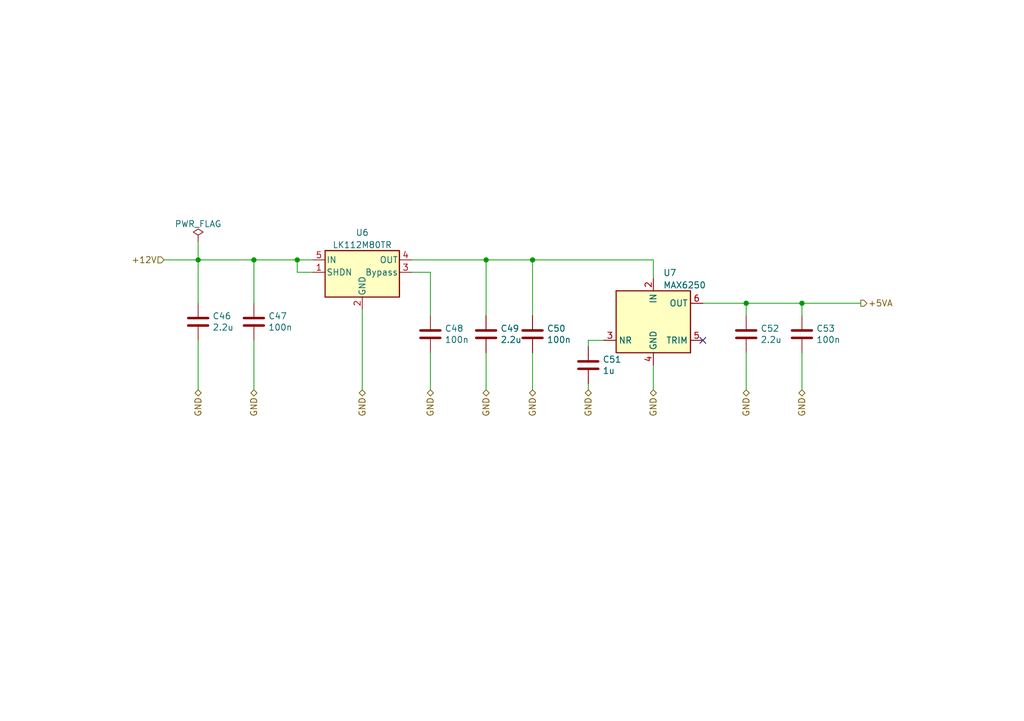
<source format=kicad_sch>
(kicad_sch (version 20211123) (generator eeschema)
  (paper "A5")
  (lib_symbols
    (symbol "Device:C" (pin_numbers hide) (pin_names (offset 0.254))
      (property "Reference" "C" (at 0.635 2.54 0))
      (property "Value" "C" (at 0.635 -2.54 0))
      (symbol "C_0_1"
        (polyline (pts (xy -2.032 -0.762) (xy 2.032 -0.762)) (stroke (width 0.508)))
        (polyline (pts (xy -2.032 0.762) (xy 2.032 0.762)) (stroke (width 0.508)))
      )
      (symbol "C_1_1"
        (pin passive line (at 0 3.81 270) (length 2.794) (name "~") (number "1"))
        (pin passive line (at 0 -3.81 90) (length 2.794) (name "~") (number "2"))
      )
    )
    (symbol "Reference_Voltage:MAX6250"
      (property "Reference" "U" (at 1.27 6.35 0))
      (property "Value" "MAX6250" (at 1.27 -8.89 0))
      (symbol "MAX6250_0_1"
        (rectangle (start -7.62 5.08) (end 7.62 -7.62) (stroke (width 0.254)) (fill (type background)))
      )
      (symbol "MAX6250_1_1"
        (pin no_connect line (at -7.62 -2.54 0) (length 2.54) hide (name "NC") (number "1"))
        (pin power_in line (at 0 7.62 270) (length 2.54) (name "IN") (number "2"))
        (pin passive line (at -10.16 -5.08 0) (length 2.54) (name "NR") (number "3"))
        (pin power_in line (at 0 -10.16 90) (length 2.54) (name "GND") (number "4"))
        (pin passive line (at 10.16 -5.08 180) (length 2.54) (name "TRIM") (number "5"))
        (pin power_out line (at 10.16 2.54 180) (length 2.54) (name "OUT") (number "6"))
        (pin no_connect line (at 7.62 0 180) (length 2.54) hide (name "NC") (number "7"))
        (pin no_connect line (at 7.62 -2.54 180) (length 2.54) hide (name "NC") (number "8"))
      )
    )
    (symbol "Regulator_Linear:LK112M80TR" (pin_names (offset 0.254))
      (property "Reference" "U" (at -6.35 5.715 0))
      (property "Value" "LK112M80TR" (at 0 5.715 0))
      (symbol "LK112M80TR_0_1"
        (rectangle (start -7.62 4.445) (end 7.62 -5.08) (stroke (width 0.254)) (fill (type background)))
      )
      (symbol "LK112M80TR_1_1"
        (pin input line (at -10.16 0 0) (length 2.54) (name "SHDN") (number "1"))
        (pin power_in line (at 0 -7.62 90) (length 2.54) (name "GND") (number "2"))
        (pin passive line (at 10.16 0 180) (length 2.54) (name "Bypass") (number "3"))
        (pin power_out line (at 10.16 2.54 180) (length 2.54) (name "OUT") (number "4"))
        (pin power_in line (at -10.16 2.54 0) (length 2.54) (name "IN") (number "5"))
      )
    )
    (symbol "power:PWR_FLAG" (power) (pin_numbers hide) (pin_names (offset 0) hide)
      (property "Value" "PWR_FLAG" (at 0 3.81 0))
      (symbol "PWR_FLAG_0_0"
        (pin power_out line (at 0 0 90) (length 0) (name "pwr") (number "1"))
      )
      (symbol "PWR_FLAG_0_1"
        (polyline (pts (xy 0 0) (xy 0 1.27) (xy -1.016 1.905) (xy 0 2.54) (xy 1.016 1.905) (xy 0 1.27)))
      )
    )
  )
  (junction (at 153.035 62.23))
  (junction (at 164.465 62.23))
  (junction (at 109.22 53.34))
  (junction (at 60.96 53.34))
  (junction (at 40.64 53.34))
  (junction (at 99.695 53.34))
  (junction (at 52.07 53.34))
  (no_connect (at 144.145 69.85))
  (wire (pts (xy 153.035 62.23) (xy 164.465 62.23)))
  (wire (pts (xy 52.07 62.23) (xy 52.07 53.34)))
  (wire (pts (xy 109.22 64.77) (xy 109.22 53.34)))
  (wire (pts (xy 40.64 53.34) (xy 52.07 53.34)))
  (wire (pts (xy 52.07 53.34) (xy 60.96 53.34)))
  (wire (pts (xy 60.96 53.34) (xy 64.135 53.34)))
  (wire (pts (xy 120.65 71.12) (xy 120.65 69.85)))
  (wire (pts (xy 99.695 53.34) (xy 109.22 53.34)))
  (wire (pts (xy 88.265 64.77) (xy 88.265 55.88)))
  (wire (pts (xy 164.465 72.39) (xy 164.465 80.01)))
  (wire (pts (xy 153.035 72.39) (xy 153.035 80.01)))
  (wire (pts (xy 144.145 62.23) (xy 153.035 62.23)))
  (wire (pts (xy 109.22 53.34) (xy 133.985 53.34)))
  (wire (pts (xy 164.465 62.23) (xy 164.465 64.77)))
  (wire (pts (xy 64.135 55.88) (xy 60.96 55.88)))
  (wire (pts (xy 153.035 64.77) (xy 153.035 62.23)))
  (wire (pts (xy 133.985 80.01) (xy 133.985 74.93)))
  (wire (pts (xy 99.695 72.39) (xy 99.695 80.01)))
  (wire (pts (xy 109.22 72.39) (xy 109.22 80.01)))
  (wire (pts (xy 84.455 53.34) (xy 99.695 53.34)))
  (wire (pts (xy 60.96 55.88) (xy 60.96 53.34)))
  (wire (pts (xy 40.64 49.53) (xy 40.64 53.34)))
  (wire (pts (xy 88.265 72.39) (xy 88.265 80.01)))
  (wire (pts (xy 40.64 53.34) (xy 40.64 62.23)))
  (wire (pts (xy 84.455 55.88) (xy 88.265 55.88)))
  (wire (pts (xy 164.465 62.23) (xy 176.53 62.23)))
  (wire (pts (xy 52.07 69.85) (xy 52.07 80.01)))
  (wire (pts (xy 40.64 69.85) (xy 40.64 80.01)))
  (wire (pts (xy 120.65 69.85) (xy 123.825 69.85)))
  (wire (pts (xy 74.295 63.5) (xy 74.295 80.01)))
  (wire (pts (xy 120.65 78.74) (xy 120.65 80.01)))
  (wire (pts (xy 99.695 53.34) (xy 99.695 64.77)))
  (wire (pts (xy 133.985 53.34) (xy 133.985 57.15)))
  (wire (pts (xy 33.655 53.34) (xy 40.64 53.34)))
  (hierarchical_label "+12V" (shape input) (at 33.655 53.34 180))
  (hierarchical_label "GND" (shape bidirectional) (at 74.295 80.01 270))
  (hierarchical_label "GND" (shape bidirectional) (at 99.695 80.01 270))
  (hierarchical_label "GND" (shape bidirectional) (at 164.465 80.01 270))
  (hierarchical_label "GND" (shape bidirectional) (at 52.07 80.01 270))
  (hierarchical_label "GND" (shape bidirectional) (at 109.22 80.01 270))
  (hierarchical_label "GND" (shape bidirectional) (at 88.265 80.01 270))
  (hierarchical_label "GND" (shape bidirectional) (at 153.035 80.01 270))
  (hierarchical_label "+5VA" (shape output) (at 176.53 62.23 0))
  (hierarchical_label "GND" (shape bidirectional) (at 120.65 80.01 270))
  (hierarchical_label "GND" (shape bidirectional) (at 133.985 80.01 270))
  (hierarchical_label "GND" (shape bidirectional) (at 40.64 80.01 270))
  (symbol (lib_id "Device:C") (at 120.65 74.93 180) (unit 1)
    (property "Reference" "C51" (at 123.571 73.7616 0) (effects (justify right)))
    (property "Value" "1u" (at 123.571 76.073 0) (effects (justify right)))
    (property "Footprint" "Capacitor_SMD:C_0603_1608Metric" (effects hide))
    (property "jlc" "C15849" (effects hide))
    (property "Manufacturer_Part_Number" "CL10A105KB8NNNC" (effects hide))
  )
  (symbol (lib_id "Device:C") (at 153.035 68.58 180) (unit 1)
    (property "Reference" "C52" (at 155.956 67.4116 0) (effects (justify right)))
    (property "Value" "2.2u" (at 155.956 69.723 0) (effects (justify right)))
    (property "Footprint" "Capacitor_SMD:C_0603_1608Metric" (effects hide))
    (property "jlc" "C57895" (effects hide))
    (property "Manufacturer_Part_Number" "CL10A225KA8NNNC" (effects hide))
  )
  (symbol (lib_id "Device:C") (at 164.465 68.58 180) (unit 1)
    (property "Reference" "C53" (at 167.386 67.4116 0) (effects (justify right)))
    (property "Value" "100n" (at 167.386 69.723 0) (effects (justify right)))
    (property "Footprint" "Capacitor_SMD:C_0603_1608Metric" (effects hide))
    (property "jlc" "C14663" (effects hide))
    (property "Manufacturer_Part_Number" "CC0603KRX7R9BB104" (effects hide))
  )
  (symbol (lib_id "Device:C") (at 99.695 68.58 180) (unit 1)
    (property "Reference" "C49" (at 102.616 67.4116 0) (effects (justify right)))
    (property "Value" "2.2u" (at 102.616 69.723 0) (effects (justify right)))
    (property "Footprint" "Capacitor_SMD:C_0603_1608Metric" (effects hide))
    (property "jlc" "C57895" (effects hide))
    (property "Manufacturer_Part_Number" "CL10A225KA8NNNC" (effects hide))
  )
  (symbol (lib_id "Device:C") (at 109.22 68.58 180) (unit 1)
    (property "Reference" "C50" (at 112.141 67.4116 0) (effects (justify right)))
    (property "Value" "100n" (at 112.141 69.723 0) (effects (justify right)))
    (property "Footprint" "Capacitor_SMD:C_0603_1608Metric" (effects hide))
    (property "jlc" "C14663" (effects hide))
    (property "Manufacturer_Part_Number" "CC0603KRX7R9BB104" (effects hide))
  )
  (symbol (lib_id "Regulator_Linear:LK112M80TR") (at 74.295 55.88 0) (unit 1)
    (property "Reference" "U6" (at 74.295 47.7352 0))
    (property "Value" "LK112M80TR" (at 74.295 50.2721 0))
    (property "Footprint" "Package_TO_SOT_SMD:SOT-23-5" (effects hide))
    (property "Datasheet" "https://www.st.com/resource/ja/datasheet/lk112.pdf" (effects hide))
    (property "Manufacturer_Part_Number" "LK112M80TR" (effects hide))
    (property "jlc" "C2798215" (effects hide))
  )
  (symbol (lib_id "Device:C") (at 40.64 66.04 180) (unit 1)
    (property "Reference" "C46" (at 43.561 64.8716 0) (effects (justify right)))
    (property "Value" "2.2u" (at 43.561 67.183 0) (effects (justify right)))
    (property "Footprint" "Capacitor_SMD:C_0603_1608Metric" (effects hide))
    (property "jlc" "C57895" (effects hide))
    (property "Manufacturer_Part_Number" "CL10A225KA8NNNC" (effects hide))
  )
  (symbol (lib_id "Device:C") (at 52.07 66.04 180) (unit 1)
    (property "Reference" "C47" (at 54.991 64.8716 0) (effects (justify right)))
    (property "Value" "100n" (at 54.991 67.183 0) (effects (justify right)))
    (property "Footprint" "Capacitor_SMD:C_0603_1608Metric" (effects hide))
    (property "jlc" "C14663" (effects hide))
    (property "Manufacturer_Part_Number" "CC0603KRX7R9BB104" (effects hide))
  )
  (symbol (lib_id "Reference_Voltage:MAX6250") (at 133.985 64.77 0) (unit 1)
    (property "Reference" "U7" (at 136.0044 55.9902 0) (effects (justify left)))
    (property "Value" "MAX6250" (at 136.0044 58.5271 0) (effects (justify left)))
    (property "Footprint" "Package_SO:SOIC-8_3.9x4.9mm_P1.27mm" (effects hide))
    (property "Datasheet" "http://datasheets.maximintegrated.com/en/ds/MAX6225-MAX6250.pdf" (effects hide))
    (property "Manufacturer_Part_Number" "MAX6250BESA+T" (effects hide))
    (property "jlc" "C571020" (effects hide))
  )
  (symbol (lib_id "Device:C") (at 88.265 68.58 180) (unit 1)
    (property "Reference" "C48" (at 91.186 67.4116 0) (effects (justify right)))
    (property "Value" "100n" (at 91.186 69.723 0) (effects (justify right)))
    (property "Footprint" "Capacitor_SMD:C_0603_1608Metric" (effects hide))
    (property "jlc" "C14663" (effects hide))
    (property "Manufacturer_Part_Number" "CC0603KRX7R9BB104" (effects hide))
  )
  (symbol (lib_id "power:PWR_FLAG") (at 40.64 49.53 0) (unit 1)
    (property "Reference" "#FLG03" (effects hide))
    (property "Value" "PWR_FLAG" (at 40.64 45.9542 0))
  )
)
</source>
